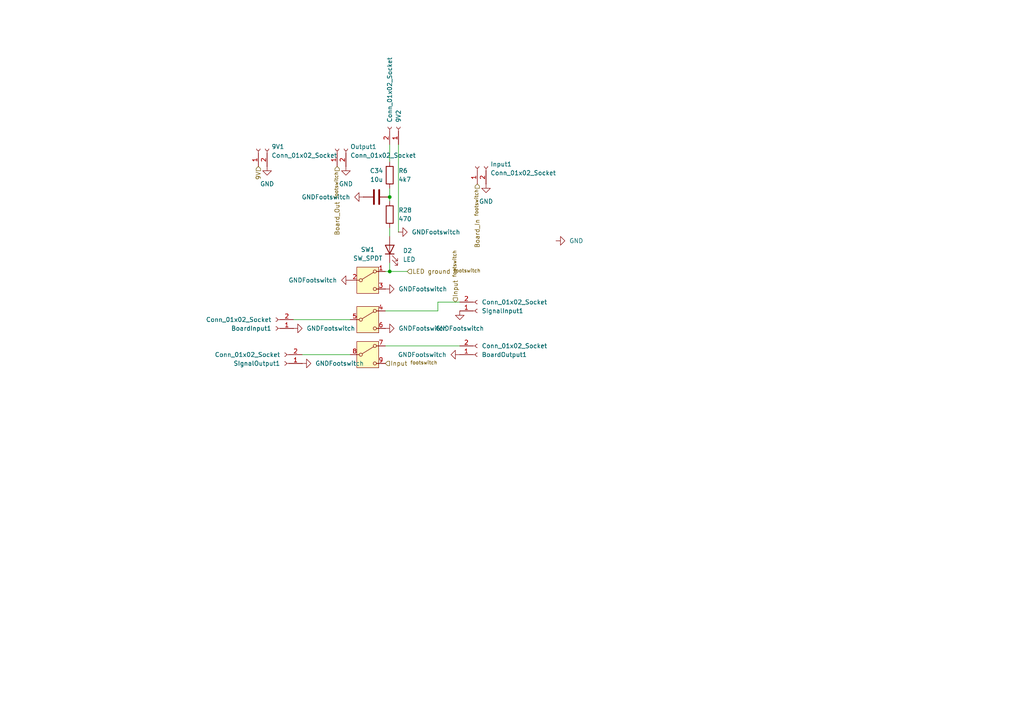
<source format=kicad_sch>
(kicad_sch (version 20231120) (generator "eeschema") (generator_version "8.0")
  (paper "A4")
  (lib_symbols
    (symbol "Connector:Conn_01x02_Socket" (pin_names (offset 1.016) hide)
      (property "Reference" "J" (at 0 2.54 0))
      (property "Value" "Conn_01x02_Socket" (at 0 -5.08 0))
      (symbol "Conn_01x02_Socket_1_1"
        (arc (start 0 -2.032) (mid -0.5058 -2.54) (end 0 -3.048) (stroke (width 0.1524)))
        (polyline (pts (xy -1.27 -2.54) (xy -0.508 -2.54)) (stroke (width 0.1524)))
        (polyline (pts (xy -1.27 0) (xy -0.508 0)) (stroke (width 0.1524)))
        (arc (start 0 0.508) (mid -0.5058 0) (end 0 -0.508) (stroke (width 0.1524)))
        (pin passive line (at -5.08 0 0) (length 3.81) (name "Pin_1") (number "1"))
        (pin passive line (at -5.08 -2.54 0) (length 3.81) (name "Pin_2") (number "2"))
      )
    )
    (symbol "Device:C" (pin_numbers hide) (pin_names (offset 0.254))
      (property "Reference" "C" (at 0.635 2.54 0))
      (property "Value" "C" (at 0.635 -2.54 0))
      (symbol "C_0_1"
        (polyline (pts (xy -2.032 -0.762) (xy 2.032 -0.762)) (stroke (width 0.508)))
        (polyline (pts (xy -2.032 0.762) (xy 2.032 0.762)) (stroke (width 0.508)))
      )
      (symbol "C_1_1"
        (pin passive line (at 0 3.81 270) (length 2.794) (name "~") (number "1"))
        (pin passive line (at 0 -3.81 90) (length 2.794) (name "~") (number "2"))
      )
    )
    (symbol "Device:R" (pin_numbers hide) (pin_names (offset 0))
      (property "Reference" "R" (at 2.032 0 90))
      (property "Value" "R" (at 0 0 90))
      (symbol "R_0_1"
        (rectangle (start -1.016 -2.54) (end 1.016 2.54) (stroke (width 0.254)))
      )
      (symbol "R_1_1"
        (pin passive line (at 0 3.81 270) (length 1.27) (name "~") (number "1"))
        (pin passive line (at 0 -3.81 90) (length 1.27) (name "~") (number "2"))
      )
    )
    (symbol "SparkFun-LED:LED" (pin_numbers hide) (pin_names (offset 1.016) hide)
      (property "Reference" "D" (at 0 2.54 0))
      (property "Value" "LED" (at 0 -2.54 0))
      (symbol "LED_0_1"
        (polyline (pts (xy -1.27 -1.27) (xy -1.27 1.27)) (stroke (width 0.254)))
        (polyline (pts (xy -1.27 0) (xy 1.27 0)))
        (polyline (pts (xy 1.27 -1.27) (xy 1.27 1.27) (xy -1.27 0) (xy 1.27 -1.27)) (stroke (width 0.254)))
        (polyline (pts (xy -3.048 -0.762) (xy -4.572 -2.286) (xy -3.81 -2.286) (xy -4.572 -2.286) (xy -4.572 -1.524)))
        (polyline (pts (xy -1.778 -0.762) (xy -3.302 -2.286) (xy -2.54 -2.286) (xy -3.302 -2.286) (xy -3.302 -1.524)))
      )
      (symbol "LED_1_1"
        (pin passive line (at -3.81 0 0) (length 2.54) (name "K") (number "1"))
        (pin passive line (at 3.81 0 180) (length 2.54) (name "A") (number "2"))
      )
    )
    (symbol "Switch:SW_SPDT" (pin_names (offset 0) hide)
      (property "Reference" "SW1" (at 0 8.89 0))
      (property "Value" "SW_SPDT" (at 0 6.35 0))
      (symbol "SW_SPDT_0_1"
        (circle (center -2.032 -21.59) (radius 0.4572))
        (circle (center -2.032 -11.43) (radius 0.4572))
        (circle (center -2.032 0) (radius 0.4572))
        (polyline (pts (xy -1.651 -21.336) (xy 1.651 -19.304)))
        (polyline (pts (xy -1.651 -11.176) (xy 1.651 -9.144)))
        (polyline (pts (xy -1.651 0.254) (xy 1.651 2.286)))
        (circle (center 2.032 -24.13) (radius 0.4572))
        (circle (center 2.032 -19.05) (radius 0.4572))
        (circle (center 2.032 -13.97) (radius 0.4572))
        (circle (center 2.032 -8.89) (radius 0.4572))
        (circle (center 2.032 -2.54) (radius 0.4572))
        (circle (center 2.032 2.54) (radius 0.4572))
      )
      (symbol "SW_SPDT_1_1"
        (rectangle (start -3.175 -17.78) (end 3.175 -25.4) (fill (type background)))
        (rectangle (start -3.175 -7.62) (end 3.175 -15.24) (fill (type background)))
        (rectangle (start -3.175 3.81) (end 3.175 -3.81) (fill (type background)))
        (pin passive line (at 5.08 2.54 180) (length 2.54) (name "A") (number "1"))
        (pin passive line (at -5.08 0 0) (length 2.54) (name "B") (number "2"))
        (pin passive line (at 5.08 -2.54 180) (length 2.54) (name "C") (number "3"))
        (pin passive line (at 5.08 -8.89 180) (length 2.54) (name "A2") (number "4"))
        (pin passive line (at -5.08 -11.43 0) (length 2.54) (name "B2") (number "5"))
        (pin passive line (at 5.08 -13.97 180) (length 2.54) (name "C2") (number "6"))
        (pin passive line (at 5.08 -19.05 180) (length 2.54) (name "A3") (number "7"))
        (pin passive line (at -5.08 -21.59 0) (length 2.54) (name "B3") (number "8"))
        (pin passive line (at 5.08 -24.13 180) (length 2.54) (name "C3") (number "9"))
      )
    )
    (symbol "power:GND" (power) (pin_numbers hide) (pin_names (offset 0) hide)
      (property "Value" "GND" (at 0 -3.81 0))
      (symbol "GND_0_1"
        (polyline (pts (xy 0 0) (xy 0 -1.27) (xy 1.27 -1.27) (xy 0 -2.54) (xy -1.27 -1.27) (xy 0 -1.27)))
      )
      (symbol "GND_1_1"
        (pin power_in line (at 0 0 270) (length 0) (name "~") (number "1"))
      )
    )
  )
  (junction (at 113.03 78.74))
  (junction (at 113.03 57.15))
  (wire (pts (xy 113.03 76.2) (xy 113.03 78.74)))
  (wire (pts (xy 127 87.63) (xy 133.35 87.63)))
  (wire (pts (xy 113.03 57.15) (xy 113.03 58.42)))
  (wire (pts (xy 87.63 102.87) (xy 101.6 102.87)))
  (wire (pts (xy 113.03 54.61) (xy 113.03 57.15)))
  (wire (pts (xy 111.76 90.17) (xy 127 90.17)))
  (wire (pts (xy 85.09 92.71) (xy 101.6 92.71)))
  (wire (pts (xy 113.03 78.74) (xy 111.76 78.74)))
  (wire (pts (xy 118.11 78.74) (xy 113.03 78.74)))
  (wire (pts (xy 113.03 66.04) (xy 113.03 68.58)))
  (wire (pts (xy 127 90.17) (xy 127 87.63)))
  (wire (pts (xy 111.76 100.33) (xy 133.35 100.33)))
  (wire (pts (xy 113.03 41.91) (xy 113.03 46.99)))
  (wire (pts (xy 115.57 41.91) (xy 115.57 67.31)))
  (hierarchical_label "Board_In ^{footswitch}" (shape input) (at 138.43 53.34 270))
  (hierarchical_label "Input ^{footswitch}" (shape input) (at 111.76 105.41 0))
  (hierarchical_label "Input ^{footswitch}" (shape input) (at 132.08 87.63 90))
  (hierarchical_label "LED ground ^{footswitch}" (shape input) (at 118.11 78.74 0))
  (hierarchical_label "9V" (shape input) (at 74.93 48.26 270))
  (hierarchical_label "Board_Out ^{footswitch}" (shape input) (at 97.79 48.26 270))
  (symbol (lib_id "SparkFun-LED:LED") (at 113.03 72.39 90) (unit 1)
    (property "Reference" "D2" (at 116.84 72.7074 90) (effects (justify right)))
    (property "Value" "LED" (at 116.84 75.2474 90) (effects (justify right)))
    (property "Footprint" "LED_THT:LED_D5.0mm" (effects (hide yes)))
    (property "Description" "Light emitting diode" (effects (hide yes)))
    (property "PROD_ID" "LED-" (effects (hide yes)))
  )
  (symbol (lib_id "Device:C") (at 109.22 57.15 90) (unit 1)
    (property "Reference" "C34" (at 109.22 49.53 90))
    (property "Value" "10u" (at 109.22 52.07 90))
    (property "Footprint" "FV1Footrpints:C_0603_1608Metric_Pad1.08x0.95mm_HandSolder" (effects (hide yes)))
    (property "Description" "Unpolarized capacitor" (effects (hide yes)))
  )
  (symbol (lib_id "power:GND") (at 111.76 83.82 90) (unit 1)
    (property "Reference" "#PWR03" (effects (hide yes)))
    (property "Value" "GNDFootswitch" (at 115.57 83.8199 90) (effects (justify right)))
    (property "Description" "Power symbol creates a global label with name \"GND\" , ground" (effects (hide yes)))
  )
  (symbol (lib_id "power:GND") (at 161.29 69.85 90) (unit 1)
    (property "Reference" "#PWR074" (effects (hide yes)))
    (property "Value" "GND" (at 165.1 69.8499 90) (effects (justify right)))
    (property "Description" "Power symbol creates a global label with name \"GND\" , ground" (effects (hide yes)))
  )
  (symbol (lib_id "Connector:Conn_01x02_Socket") (at 80.01 95.25 180) (unit 1)
    (property "Reference" "BoardInput1" (at 78.74 95.2501 0) (effects (justify left)))
    (property "Value" "Conn_01x02_Socket" (at 78.74 92.7101 0) (effects (justify left)))
    (property "Footprint" "Connector_PinSocket_2.54mm:PinSocket_1x02_P2.54mm_Vertical" (effects (hide yes)))
    (property "Description" "Generic connector, single row, 01x02, script generated" (effects (hide yes)))
  )
  (symbol (lib_id "Connector:Conn_01x02_Socket") (at 97.79 43.18 90) (unit 1)
    (property "Reference" "Output1" (at 101.6 42.5449 90) (effects (justify right)))
    (property "Value" "Conn_01x02_Socket" (at 101.6 45.0849 90) (effects (justify right)))
    (property "Footprint" "Connector_PinSocket_2.54mm:PinSocket_1x02_P2.54mm_Vertical" (effects (hide yes)))
    (property "Description" "Generic connector, single row, 01x02, script generated" (effects (hide yes)))
  )
  (symbol (lib_id "power:GND") (at 77.47 48.26 0) (unit 1)
    (property "Reference" "#PWR068" (effects (hide yes)))
    (property "Value" "GND" (at 77.47 53.34 0))
    (property "Description" "Power symbol creates a global label with name \"GND\" , ground" (effects (hide yes)))
  )
  (symbol (lib_id "Connector:Conn_01x02_Socket") (at 138.43 102.87 0) (mirror x) (unit 1)
    (property "Reference" "BoardOutput1" (at 139.7 102.8701 0) (effects (justify left)))
    (property "Value" "Conn_01x02_Socket" (at 139.7 100.3301 0) (effects (justify left)))
    (property "Footprint" "Connector_PinSocket_2.54mm:PinSocket_1x02_P2.54mm_Vertical" (effects (hide yes)))
    (property "Description" "Generic connector, single row, 01x02, script generated" (effects (hide yes)))
  )
  (symbol (lib_id "power:GND") (at 133.35 90.17 0) (unit 1)
    (property "Reference" "#PWR070" (effects (hide yes)))
    (property "Value" "GNDFootswitch" (at 133.35 95.25 0))
    (property "Description" "Power symbol creates a global label with name \"GND\" , ground" (effects (hide yes)))
  )
  (symbol (lib_id "power:GND") (at 100.33 48.26 0) (unit 1)
    (property "Reference" "#PWR043" (effects (hide yes)))
    (property "Value" "GND" (at 100.33 53.34 0))
    (property "Description" "Power symbol creates a global label with name \"GND\" , ground" (effects (hide yes)))
  )
  (symbol (lib_id "Connector:Conn_01x02_Socket") (at 115.57 36.83 270) (mirror x) (unit 1)
    (property "Reference" "9V2" (at 115.5701 35.56 0) (effects (justify left)))
    (property "Value" "Conn_01x02_Socket" (at 113.0301 35.56 0) (effects (justify left)))
    (property "Footprint" "Connector_PinSocket_2.54mm:PinSocket_1x02_P2.54mm_Vertical" (effects (hide yes)))
    (property "Description" "Generic connector, single row, 01x02, script generated" (effects (hide yes)))
  )
  (symbol (lib_id "Device:R") (at 113.03 50.8 0) (unit 1)
    (property "Reference" "R6" (at 115.57 49.5299 0) (effects (justify left)))
    (property "Value" "4k7" (at 115.57 52.0699 0) (effects (justify left)))
    (property "Footprint" "PCM_4ms_Resistor:R_0603" (effects (hide yes)))
    (property "Description" "Resistor" (effects (hide yes)))
  )
  (symbol (lib_id "power:GND") (at 85.09 95.25 90) (unit 1)
    (property "Reference" "#PWR069" (effects (hide yes)))
    (property "Value" "GNDFootswitch" (at 88.9 95.2499 90) (effects (justify right)))
    (property "Description" "Power symbol creates a global label with name \"GND\" , ground" (effects (hide yes)))
  )
  (symbol (lib_id "Connector:Conn_01x02_Socket") (at 74.93 43.18 90) (unit 1)
    (property "Reference" "9V1" (at 78.74 42.5449 90) (effects (justify right)))
    (property "Value" "Conn_01x02_Socket" (at 78.74 45.0849 90) (effects (justify right)))
    (property "Footprint" "Connector_PinSocket_2.54mm:PinSocket_1x02_P2.54mm_Vertical" (effects (hide yes)))
    (property "Description" "Generic connector, single row, 01x02, script generated" (effects (hide yes)))
  )
  (symbol (lib_id "power:GND") (at 111.76 95.25 90) (unit 1)
    (property "Reference" "#PWR022" (effects (hide yes)))
    (property "Value" "GNDFootswitch" (at 115.57 95.2499 90) (effects (justify right)))
    (property "Description" "Power symbol creates a global label with name \"GND\" , ground" (effects (hide yes)))
  )
  (symbol (lib_id "power:GND") (at 105.41 57.15 270) (unit 1)
    (property "Reference" "#PWR075" (effects (hide yes)))
    (property "Value" "GNDFootswitch" (at 101.6 57.1499 90) (effects (justify right)))
    (property "Description" "Power symbol creates a global label with name \"GND\" , ground" (effects (hide yes)))
  )
  (symbol (lib_id "Connector:Conn_01x02_Socket") (at 138.43 48.26 90) (unit 1)
    (property "Reference" "Input1" (at 142.24 47.6249 90) (effects (justify right)))
    (property "Value" "Conn_01x02_Socket" (at 142.24 50.1649 90) (effects (justify right)))
    (property "Footprint" "Connector_PinSocket_2.54mm:PinSocket_1x02_P2.54mm_Vertical" (effects (hide yes)))
    (property "Description" "Generic connector, single row, 01x02, script generated" (effects (hide yes)))
  )
  (symbol (lib_id "power:GND") (at 115.57 67.31 90) (unit 1)
    (property "Reference" "#PWR073" (effects (hide yes)))
    (property "Value" "GNDFootswitch" (at 119.38 67.3099 90) (effects (justify right)))
    (property "Description" "Power symbol creates a global label with name \"GND\" , ground" (effects (hide yes)))
  )
  (symbol (lib_id "power:GND") (at 87.63 105.41 90) (unit 1)
    (property "Reference" "#PWR072" (effects (hide yes)))
    (property "Value" "GNDFootswitch" (at 91.44 105.4099 90) (effects (justify right)))
    (property "Description" "Power symbol creates a global label with name \"GND\" , ground" (effects (hide yes)))
  )
  (symbol (lib_id "power:GND") (at 140.97 53.34 0) (unit 1)
    (property "Reference" "#PWR037" (effects (hide yes)))
    (property "Value" "GND" (at 140.97 58.42 0))
    (property "Description" "Power symbol creates a global label with name \"GND\" , ground" (effects (hide yes)))
  )
  (symbol (lib_id "Device:R") (at 113.03 62.23 0) (unit 1)
    (property "Reference" "R28" (at 115.57 60.9599 0) (effects (justify left)))
    (property "Value" "470" (at 115.57 63.4999 0) (effects (justify left)))
    (property "Footprint" "PCM_4ms_Resistor:R_0603" (effects (hide yes)))
    (property "Description" "Resistor" (effects (hide yes)))
  )
  (symbol (lib_id "power:GND") (at 101.6 81.28 270) (unit 1)
    (property "Reference" "#PWR020" (effects (hide yes)))
    (property "Value" "GNDFootswitch" (at 97.79 81.2799 90) (effects (justify right)))
    (property "Description" "Power symbol creates a global label with name \"GND\" , ground" (effects (hide yes)))
  )
  (symbol (lib_id "power:GND") (at 133.35 102.87 270) (unit 1)
    (property "Reference" "#PWR071" (effects (hide yes)))
    (property "Value" "GNDFootswitch" (at 129.54 102.8699 90) (effects (justify right)))
    (property "Description" "Power symbol creates a global label with name \"GND\" , ground" (effects (hide yes)))
  )
  (symbol (lib_id "Connector:Conn_01x02_Socket") (at 138.43 90.17 0) (mirror x) (unit 1)
    (property "Reference" "SIgnalInput1" (at 139.7 90.1701 0) (effects (justify left)))
    (property "Value" "Conn_01x02_Socket" (at 139.7 87.6301 0) (effects (justify left)))
    (property "Footprint" "Connector_PinSocket_2.54mm:PinSocket_1x02_P2.54mm_Vertical" (effects (hide yes)))
    (property "Description" "Generic connector, single row, 01x02, script generated" (effects (hide yes)))
  )
  (symbol (lib_id "Connector:Conn_01x02_Socket") (at 82.55 105.41 180) (unit 1)
    (property "Reference" "SIgnalOutput1" (at 81.28 105.4101 0) (effects (justify left)))
    (property "Value" "Conn_01x02_Socket" (at 81.28 102.8701 0) (effects (justify left)))
    (property "Footprint" "Connector_PinSocket_2.54mm:PinSocket_1x02_P2.54mm_Vertical" (effects (hide yes)))
    (property "Description" "Generic connector, single row, 01x02, script generated" (effects (hide yes)))
  )
  (symbol (lib_id "Switch:SW_SPDT") (at 106.68 81.28 0) (unit 1)
    (property "Reference" "SW1" (at 106.68 72.39 0))
    (property "Value" "SW_SPDT" (at 106.68 74.93 0))
    (property "Footprint" "FV1Footrpints:3PDT" (effects (hide yes)))
    (property "Description" "Switch, single pole double throw" (effects (hide yes)))
  )
)
</source>
